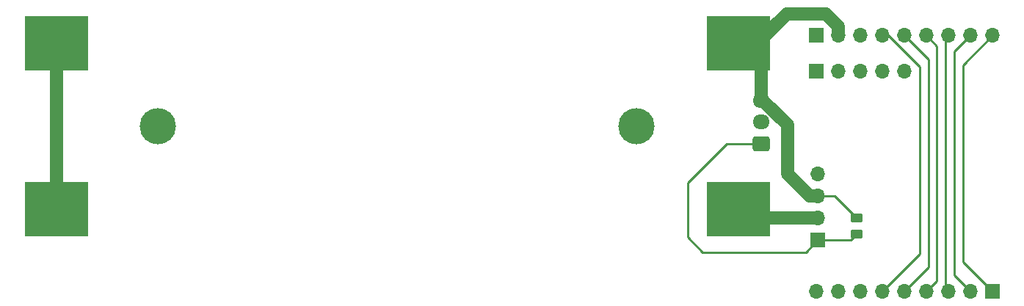
<source format=gbr>
%TF.GenerationSoftware,KiCad,Pcbnew,7.0.7*%
%TF.CreationDate,2024-02-15T18:40:12-05:00*%
%TF.ProjectId,LVPD-board,4c565044-2d62-46f6-9172-642e6b696361,rev?*%
%TF.SameCoordinates,Original*%
%TF.FileFunction,Copper,L1,Top*%
%TF.FilePolarity,Positive*%
%FSLAX46Y46*%
G04 Gerber Fmt 4.6, Leading zero omitted, Abs format (unit mm)*
G04 Created by KiCad (PCBNEW 7.0.7) date 2024-02-15 18:40:12*
%MOMM*%
%LPD*%
G01*
G04 APERTURE LIST*
G04 Aperture macros list*
%AMRoundRect*
0 Rectangle with rounded corners*
0 $1 Rounding radius*
0 $2 $3 $4 $5 $6 $7 $8 $9 X,Y pos of 4 corners*
0 Add a 4 corners polygon primitive as box body*
4,1,4,$2,$3,$4,$5,$6,$7,$8,$9,$2,$3,0*
0 Add four circle primitives for the rounded corners*
1,1,$1+$1,$2,$3*
1,1,$1+$1,$4,$5*
1,1,$1+$1,$6,$7*
1,1,$1+$1,$8,$9*
0 Add four rect primitives between the rounded corners*
20,1,$1+$1,$2,$3,$4,$5,0*
20,1,$1+$1,$4,$5,$6,$7,0*
20,1,$1+$1,$6,$7,$8,$9,0*
20,1,$1+$1,$8,$9,$2,$3,0*%
G04 Aperture macros list end*
%TA.AperFunction,ComponentPad*%
%ADD10R,1.700000X1.700000*%
%TD*%
%TA.AperFunction,ComponentPad*%
%ADD11O,1.700000X1.700000*%
%TD*%
%TA.AperFunction,ComponentPad*%
%ADD12RoundRect,0.250000X0.725000X-0.600000X0.725000X0.600000X-0.725000X0.600000X-0.725000X-0.600000X0*%
%TD*%
%TA.AperFunction,ComponentPad*%
%ADD13O,1.950000X1.700000*%
%TD*%
%TA.AperFunction,SMDPad,CuDef*%
%ADD14RoundRect,0.250000X-0.450000X0.262500X-0.450000X-0.262500X0.450000X-0.262500X0.450000X0.262500X0*%
%TD*%
%TA.AperFunction,WasherPad*%
%ADD15C,4.170000*%
%TD*%
%TA.AperFunction,SMDPad,CuDef*%
%ADD16R,7.340000X6.350000*%
%TD*%
%TA.AperFunction,Conductor*%
%ADD17C,1.500000*%
%TD*%
%TA.AperFunction,Conductor*%
%ADD18C,0.500000*%
%TD*%
%TA.AperFunction,Conductor*%
%ADD19C,0.250000*%
%TD*%
G04 APERTURE END LIST*
D10*
%TO.P,J4,1,Pin_1*%
%TO.N,/VCC*%
X198340000Y-82000000D03*
D11*
%TO.P,J4,2,Pin_2*%
%TO.N,/GND*%
X200880000Y-82000000D03*
%TO.P,J4,3,Pin_3*%
%TO.N,/VSIG*%
X203420000Y-82000000D03*
%TO.P,J4,4,Pin_4*%
%TO.N,/INT*%
X205960000Y-82000000D03*
%TO.P,J4,5,Pin_5*%
%TO.N,/SCK*%
X208500000Y-82000000D03*
%TO.P,J4,6,Pin_6*%
%TO.N,/MISO*%
X211040000Y-82000000D03*
%TO.P,J4,7,Pin_7*%
%TO.N,/MOSI*%
X213580000Y-82000000D03*
%TO.P,J4,8,Pin_8*%
%TO.N,/CS*%
X216120000Y-82000000D03*
%TO.P,J4,9,Pin_9*%
%TO.N,/RST*%
X218660000Y-82000000D03*
%TD*%
D10*
%TO.P,J1,1,Pin_1*%
%TO.N,/EN*%
X198500000Y-105620000D03*
D11*
%TO.P,J1,2,Pin_2*%
%TO.N,/VBAT*%
X198500000Y-103080000D03*
%TO.P,J1,3,Pin_3*%
%TO.N,/GND*%
X198500000Y-100540000D03*
%TO.P,J1,4,Pin_4*%
%TO.N,/VCC*%
X198500000Y-98000000D03*
%TD*%
D12*
%TO.P,J2,1,Pin_1*%
%TO.N,/EN*%
X192000000Y-94500000D03*
D13*
%TO.P,J2,2,Pin_2*%
%TO.N,/VSIG*%
X192000000Y-92000000D03*
%TO.P,J2,3,Pin_3*%
%TO.N,/GND*%
X192000000Y-89500000D03*
%TD*%
D10*
%TO.P,J5,1,Pin_1*%
%TO.N,/RST*%
X218650000Y-111525000D03*
D11*
%TO.P,J5,2,Pin_2*%
%TO.N,/CS*%
X216110000Y-111525000D03*
%TO.P,J5,3,Pin_3*%
%TO.N,/MOSI*%
X213570000Y-111525000D03*
%TO.P,J5,4,Pin_4*%
%TO.N,/MISO*%
X211030000Y-111525000D03*
%TO.P,J5,5,Pin_5*%
%TO.N,/SCK*%
X208490000Y-111525000D03*
%TO.P,J5,6,Pin_6*%
%TO.N,/INT*%
X205950000Y-111525000D03*
%TO.P,J5,7,Pin_7*%
%TO.N,unconnected-(J5-Pin_7-Pad7)*%
X203410000Y-111525000D03*
%TO.P,J5,8,Pin_8*%
%TO.N,/GND*%
X200870000Y-111525000D03*
%TO.P,J5,9,Pin_9*%
%TO.N,/VCC*%
X198330000Y-111525000D03*
%TD*%
D14*
%TO.P,R1,1*%
%TO.N,/GND*%
X203000000Y-103087500D03*
%TO.P,R1,2*%
%TO.N,/EN*%
X203000000Y-104912500D03*
%TD*%
D15*
%TO.P,BAT1,*%
%TO.N,*%
X177600000Y-92495000D03*
X122400000Y-92495000D03*
D16*
%TO.P,BAT1,1,+*%
%TO.N,/VBAT*%
X189330000Y-102050000D03*
%TO.P,BAT1,2,-*%
%TO.N,/GND*%
X189330000Y-82940000D03*
%TO.P,BAT1,3,-*%
%TO.N,Net-(BAT1-+-Pad4)*%
X110670000Y-102050000D03*
%TO.P,BAT1,4,+*%
X110670000Y-82940000D03*
%TD*%
D10*
%TO.P,J6,1,Pin_1*%
%TO.N,unconnected-(J6-Pin_1-Pad1)*%
X198330000Y-86125000D03*
D11*
%TO.P,J6,2,Pin_2*%
%TO.N,unconnected-(J6-Pin_2-Pad2)*%
X200870000Y-86125000D03*
%TO.P,J6,3,Pin_3*%
%TO.N,unconnected-(J6-Pin_3-Pad3)*%
X203410000Y-86125000D03*
%TO.P,J6,4,Pin_4*%
%TO.N,unconnected-(J6-Pin_4-Pad4)*%
X205950000Y-86125000D03*
%TO.P,J6,5,Pin_5*%
%TO.N,unconnected-(J6-Pin_5-Pad5)*%
X208490000Y-86125000D03*
%TD*%
D17*
%TO.N,/VBAT*%
X192540000Y-103080000D02*
X198500000Y-103080000D01*
X191510000Y-102050000D02*
X192540000Y-103080000D01*
%TO.N,/GND*%
X191510000Y-82940000D02*
X192000000Y-83430000D01*
X192000000Y-89500000D02*
X192170584Y-89500000D01*
X199440000Y-79500000D02*
X200880000Y-80940000D01*
X195000000Y-92329416D02*
X195000000Y-98000000D01*
X200880000Y-80940000D02*
X200880000Y-82000000D01*
X197540000Y-100540000D02*
X198500000Y-100540000D01*
X192000000Y-83430000D02*
X192000000Y-89500000D01*
X192170584Y-89500000D02*
X195000000Y-92329416D01*
X194950000Y-79500000D02*
X199440000Y-79500000D01*
X195000000Y-98000000D02*
X197540000Y-100540000D01*
D18*
X191510000Y-82940000D02*
X191510000Y-85597500D01*
D19*
X203000000Y-103087500D02*
X200452500Y-100540000D01*
X200452500Y-100540000D02*
X198500000Y-100540000D01*
D17*
X191510000Y-82940000D02*
X194950000Y-79500000D01*
D19*
%TO.N,/EN*%
X183500000Y-99000000D02*
X188000000Y-94500000D01*
X197120000Y-107000000D02*
X185250000Y-107000000D01*
X183500000Y-105250000D02*
X183500000Y-99000000D01*
X188000000Y-94500000D02*
X192000000Y-94500000D01*
X202292500Y-105620000D02*
X203000000Y-104912500D01*
X185250000Y-107000000D02*
X183500000Y-105250000D01*
X198500000Y-105620000D02*
X197120000Y-107000000D01*
X198500000Y-105620000D02*
X202292500Y-105620000D01*
%TO.N,/INT*%
X210250000Y-107225000D02*
X205950000Y-111525000D01*
X205960000Y-82000000D02*
X206625000Y-82000000D01*
X206625000Y-82000000D02*
X210250000Y-85625000D01*
X210250000Y-85625000D02*
X210250000Y-107225000D01*
%TO.N,/SCK*%
X211250000Y-108765000D02*
X208490000Y-111525000D01*
X208500000Y-82000000D02*
X211250000Y-84750000D01*
X211250000Y-84750000D02*
X211250000Y-108765000D01*
%TO.N,/MISO*%
X212250000Y-83210000D02*
X212250000Y-110305000D01*
X211040000Y-82000000D02*
X212250000Y-83210000D01*
X212250000Y-110305000D02*
X211030000Y-111525000D01*
%TO.N,/MOSI*%
X213250000Y-111205000D02*
X213570000Y-111525000D01*
X213580000Y-82000000D02*
X213250000Y-82330000D01*
X213250000Y-82330000D02*
X213250000Y-111205000D01*
%TO.N,/CS*%
X214250000Y-109665000D02*
X216110000Y-111525000D01*
X214250000Y-83870000D02*
X214250000Y-109665000D01*
X216120000Y-82000000D02*
X214250000Y-83870000D01*
%TO.N,/RST*%
X218660000Y-82000000D02*
X215250000Y-85410000D01*
X215250000Y-108125000D02*
X218650000Y-111525000D01*
X215250000Y-85410000D02*
X215250000Y-108125000D01*
D17*
%TO.N,Net-(BAT1-+-Pad4)*%
X110670000Y-82940000D02*
X110670000Y-102050000D01*
%TD*%
M02*

</source>
